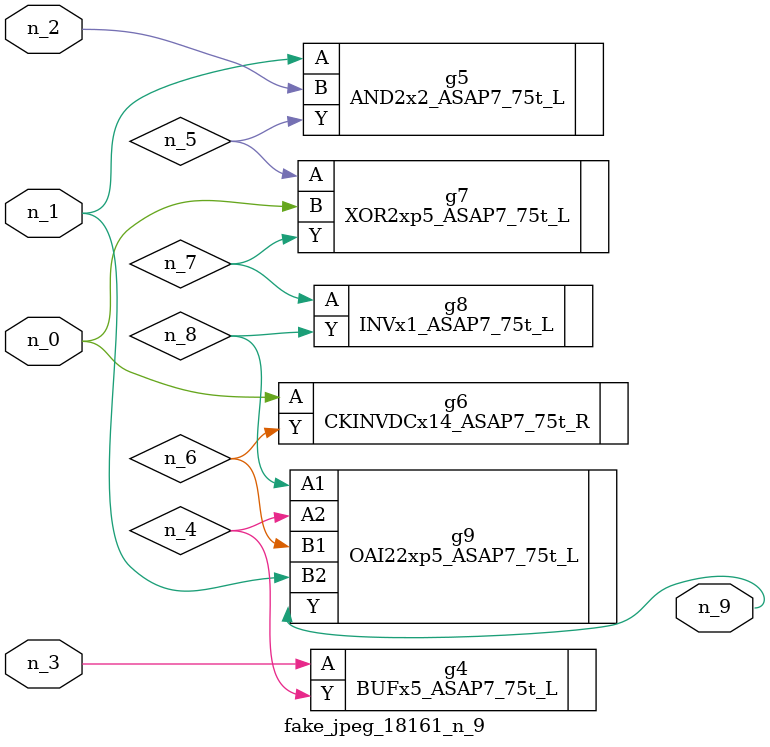
<source format=v>
module fake_jpeg_18161_n_9 (n_0, n_3, n_2, n_1, n_9);

input n_0;
input n_3;
input n_2;
input n_1;

output n_9;

wire n_4;
wire n_8;
wire n_6;
wire n_5;
wire n_7;

BUFx5_ASAP7_75t_L g4 ( 
.A(n_3),
.Y(n_4)
);

AND2x2_ASAP7_75t_L g5 ( 
.A(n_1),
.B(n_2),
.Y(n_5)
);

CKINVDCx14_ASAP7_75t_R g6 ( 
.A(n_0),
.Y(n_6)
);

XOR2xp5_ASAP7_75t_L g7 ( 
.A(n_5),
.B(n_0),
.Y(n_7)
);

INVx1_ASAP7_75t_L g8 ( 
.A(n_7),
.Y(n_8)
);

OAI22xp5_ASAP7_75t_L g9 ( 
.A1(n_8),
.A2(n_4),
.B1(n_6),
.B2(n_1),
.Y(n_9)
);


endmodule
</source>
